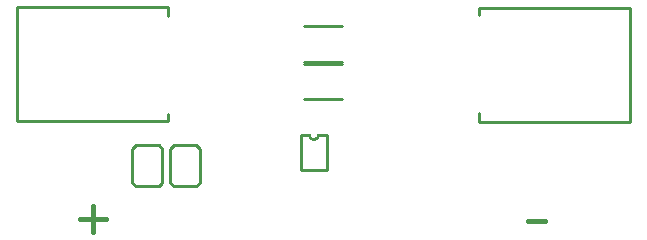
<source format=gto>
G04 DipTrace 2.4.0.2*
%INV_C_monitor_V2.GTO*%
%MOIN*%
%ADD10C,0.0098*%
%ADD73C,0.0154*%
%FSLAX44Y44*%
G04*
G70*
G90*
G75*
G01*
%LNTopSilk*%
%LPD*%
X9009Y5975D2*
D10*
X8884Y6100D1*
Y7225D1*
X9009Y7350D1*
X9759D1*
X9884Y7225D1*
Y6100D1*
X9759Y5975D1*
X9009D1*
X7759D2*
X7634Y6100D1*
Y7225D1*
X7759Y7350D1*
X8509D1*
X8634Y7225D1*
Y6100D1*
X8509Y5975D1*
X7759D1*
X8826Y8162D2*
Y8398D1*
Y11941D2*
Y11666D1*
Y8162D2*
X3787D1*
X8826Y11941D2*
X3787D1*
Y8162D2*
Y11941D1*
X19192Y11913D2*
Y11676D1*
Y8133D2*
Y8409D1*
Y11913D2*
X24231D1*
X19192Y8133D2*
X24231D1*
Y11913D2*
Y8133D1*
X13357Y10065D2*
X14616D1*
X13357Y8884D2*
X14616D1*
X13357Y11315D2*
X14616D1*
X13357Y10134D2*
X14616D1*
X13255Y7696D2*
Y6515D1*
X14121D2*
Y7696D1*
Y6515D2*
X13255D1*
Y7696D2*
X13531D1*
X13846D2*
X14121D1*
X13531D2*
G03X13846Y7696I158J0D01*
G01*
X6323Y5318D2*
D73*
Y4457D1*
X5893Y4887D2*
X6754D1*
X20826Y4837D2*
X21379D1*
M02*

</source>
